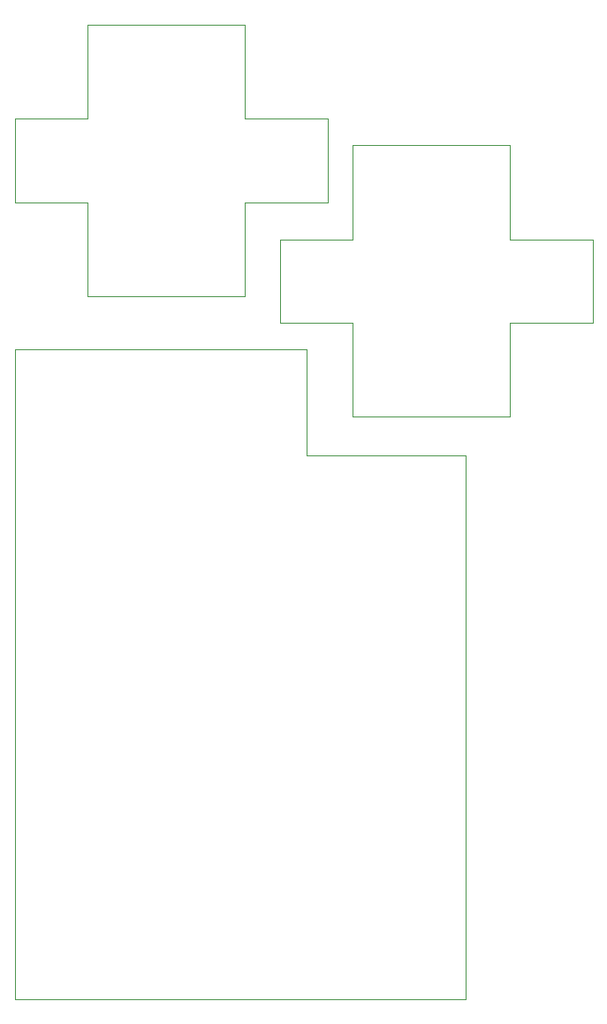
<source format=gbr>
%TF.GenerationSoftware,KiCad,Pcbnew,(5.1.6)-1*%
%TF.CreationDate,2023-05-01T01:46:13-05:00*%
%TF.ProjectId,combined,636f6d62-696e-4656-942e-6b696361645f,rev?*%
%TF.SameCoordinates,Original*%
%TF.FileFunction,Profile,NP*%
%FSLAX46Y46*%
G04 Gerber Fmt 4.6, Leading zero omitted, Abs format (unit mm)*
G04 Created by KiCad (PCBNEW (5.1.6)-1) date 2023-05-01 01:46:13*
%MOMM*%
%LPD*%
G01*
G04 APERTURE LIST*
%TA.AperFunction,Profile*%
%ADD10C,0.050000*%
%TD*%
G04 APERTURE END LIST*
D10*
X32400000Y64770000D02*
X25400000Y64770000D01*
X32400000Y55770000D02*
X32400000Y64770000D01*
X47400000Y55770000D02*
X32400000Y55770000D01*
X47400000Y72770000D02*
X55400000Y72770000D01*
X32400000Y81770000D02*
X47400000Y81770000D01*
X47400000Y81770000D02*
X47400000Y72770000D01*
X55400000Y64770000D02*
X47400000Y64770000D01*
X32400000Y72770000D02*
X32400000Y81770000D01*
X55400000Y72770000D02*
X55400000Y64770000D01*
X47400000Y64770000D02*
X47400000Y55770000D01*
X25400000Y72770000D02*
X32400000Y72770000D01*
X25400000Y64770000D02*
X25400000Y72770000D01*
X7000000Y84310000D02*
X7000000Y93310000D01*
X0Y84310000D02*
X7000000Y84310000D01*
X0Y76310000D02*
X0Y84310000D01*
X7000000Y76310000D02*
X0Y76310000D01*
X7000000Y67310000D02*
X7000000Y76310000D01*
X22000000Y67310000D02*
X7000000Y67310000D01*
X22000000Y76310000D02*
X22000000Y67310000D01*
X30000000Y76310000D02*
X22000000Y76310000D01*
X30000000Y84310000D02*
X30000000Y76310000D01*
X22000000Y84310000D02*
X30000000Y84310000D01*
X22000000Y93310000D02*
X22000000Y84310000D01*
X7000000Y93310000D02*
X22000000Y93310000D01*
X43180000Y0D02*
X43180000Y52070000D01*
X0Y0D02*
X43180000Y0D01*
X0Y62230000D02*
X0Y0D01*
X27940000Y62230000D02*
X0Y62230000D01*
X27940000Y52070000D02*
X27940000Y62230000D01*
X43180000Y52070000D02*
X27940000Y52070000D01*
M02*

</source>
